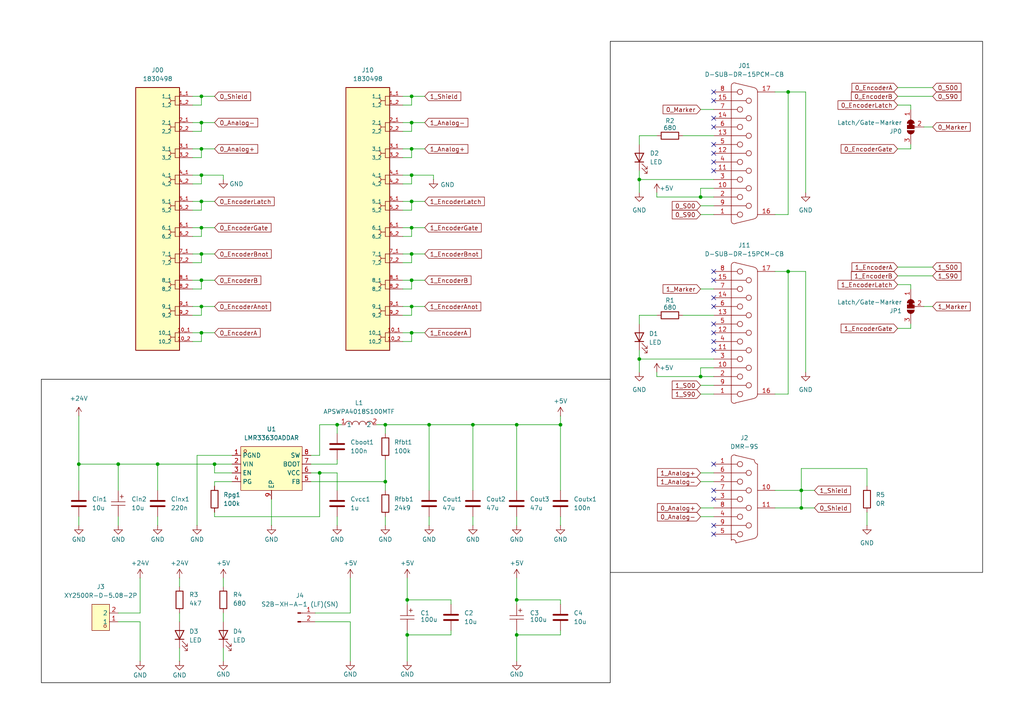
<source format=kicad_sch>
(kicad_sch (version 20231120) (generator "eeschema") (generator_version "8.0")
  (paper "A4")
  (title_block (title "EM7004-Maho-Philips-432") (date "2024-09-25") (rev "0.9.3"))
  (lib_symbols
    (symbol "C_1" (pin_numbers hide) (pin_names (offset 0.254))
      (property "Reference" "C" (at 0.635 2.54 0))
      (property "Value" "C" (at 0.635 -2.54 0))
      (symbol "C_1_1_1"
        (pin passive line (at 0 3.81 270) (length 2.794) (name "~") (number "1"))
        (pin passive line (at 0 -3.81 90) (length 2.794) (name "~") (number "2"))
      )
    )
    (symbol "C_2" (pin_numbers hide) (pin_names (offset 0.254))
      (property "Reference" "C" (at 0.635 2.54 0))
      (property "Value" "C" (at 0.635 -2.54 0))
      (symbol "C_2_1_1"
        (pin passive line (at 0 3.81 270) (length 2.794) (name "~") (number "1"))
        (pin passive line (at 0 -3.81 90) (length 2.794) (name "~") (number "2"))
      )
    )
    (symbol "Connector:Conn_01x02_Pin" (pin_names (offset 1.016) hide)
      (property "Reference" "J" (at 0 2.54 0))
      (property "Value" "Conn_01x02_Pin" (at 0 -5.08 0))
      (symbol "Conn_01x02_Pin_1_1"
        (pin passive line (at 5.08 0 180) (length 3.81) (name "Pin_1") (number "1"))
        (pin passive line (at 5.08 -2.54 180) (length 3.81) (name "Pin_2") (number "2"))
      )
    )
    (symbol "CostumLibrary:1830498" (pin_names (offset 1.016))
      (property "Reference" "J" (at -6.858 38.1 0))
      (property "Value" "1830498" (at -6.35 -40.64 0))
      (symbol "1830498_0_0"
        (pin passive line (at 10.16 -33.02 180) (length 5.08) (name "10_1") (number "10_1"))
        (pin passive line (at 10.16 -35.56 180) (length 5.08) (name "10_2") (number "10_2"))
        (pin passive line (at 10.16 35.56 180) (length 5.08) (name "1_1") (number "1_1"))
        (pin passive line (at 10.16 33.02 180) (length 5.08) (name "1_2") (number "1_2"))
        (pin passive line (at 10.16 27.94 180) (length 5.08) (name "2_1") (number "2_1"))
        (pin passive line (at 10.16 25.4 180) (length 5.08) (name "2_2") (number "2_2"))
        (pin passive line (at 10.16 20.32 180) (length 5.08) (name "3_1") (number "3_1"))
        (pin passive line (at 10.16 17.78 180) (length 5.08) (name "3_2") (number "3_2"))
        (pin passive line (at 10.16 12.7 180) (length 5.08) (name "4_1") (number "4_1"))
        (pin passive line (at 10.16 10.16 180) (length 5.08) (name "4_2") (number "4_2"))
        (pin passive line (at 10.16 5.08 180) (length 5.08) (name "5_1") (number "5_1"))
        (pin passive line (at 10.16 2.54 180) (length 5.08) (name "5_2") (number "5_2"))
        (pin passive line (at 10.16 -2.54 180) (length 5.08) (name "6_1") (number "6_1"))
        (pin passive line (at 10.16 -5.08 180) (length 5.08) (name "6_2") (number "6_2"))
        (pin passive line (at 10.16 -10.16 180) (length 5.08) (name "7_1") (number "7_1"))
        (pin passive line (at 10.16 -12.7 180) (length 5.08) (name "7_2") (number "7_2"))
        (pin passive line (at 10.16 -17.78 180) (length 5.08) (name "8_1") (number "8_1"))
        (pin passive line (at 10.16 -20.32 180) (length 5.08) (name "8_2") (number "8_2"))
        (pin passive line (at 10.16 -25.4 180) (length 5.08) (name "9_1") (number "9_1"))
        (pin passive line (at 10.16 -27.94 180) (length 5.08) (name "9_2") (number "9_2"))
      )
    )
    (symbol "D-SUB-DR-15PCM-CB_1" (pin_names (offset 0) hide)
      (property "Reference" "X" (at 0 22.86 0))
      (property "Value" "D-SUB-DR-15PCM-CB" (at 0 -22.86 0))
      (symbol "D-SUB-DR-15PCM-CB_1_0_1"
        (pin input line (at -10.16 -17.78 0) (length 5.08) (name "1") (number "1"))
        (pin input line (at -10.16 -10.16 0) (length 5.08) (name "10") (number "10"))
        (pin input line (at -10.16 -5.08 0) (length 5.08) (name "11") (number "11"))
        (pin input line (at -10.16 0 0) (length 5.08) (name "12") (number "12"))
        (pin input line (at -10.16 5.08 0) (length 5.08) (name "13") (number "13"))
        (pin input line (at -10.16 10.16 0) (length 5.08) (name "14") (number "14"))
        (pin input line (at -10.16 15.24 0) (length 5.08) (name "15") (number "15"))
        (pin input line (at 7.62 -17.78 180) (length 5.08) (name "MH2") (number "16"))
        (pin input line (at 7.62 17.78 180) (length 5.08) (name "MH1") (number "17"))
        (pin input line (at -10.16 -12.7 0) (length 5.08) (name "2") (number "2"))
        (pin input line (at -10.16 -7.62 0) (length 5.08) (name "3") (number "3"))
        (pin input line (at -10.16 -2.54 0) (length 5.08) (name "4") (number "4"))
        (pin input line (at -10.16 2.54 0) (length 5.08) (name "5") (number "5"))
        (pin input line (at -10.16 7.62 0) (length 5.08) (name "6") (number "6"))
        (pin input line (at -10.16 12.7 0) (length 5.08) (name "7") (number "7"))
        (pin input line (at -10.16 17.78 0) (length 5.08) (name "8") (number "8"))
        (pin input line (at -10.16 -15.24 0) (length 5.08) (name "9") (number "9"))
      )
    )
    (symbol "Device:C" (pin_numbers hide) (pin_names (offset 0.254))
      (property "Reference" "C" (at 0.635 2.54 0))
      (property "Value" "C" (at 0.635 -2.54 0))
      (symbol "C_1_1"
        (pin passive line (at 0 3.81 270) (length 2.794) (name "~") (number "1"))
        (pin passive line (at 0 -3.81 90) (length 2.794) (name "~") (number "2"))
      )
    )
    (symbol "Device:LED" (pin_numbers hide) (pin_names (offset 1.016) hide)
      (property "Reference" "D" (at 0 2.54 0))
      (property "Value" "LED" (at 0 -2.54 0))
      (symbol "LED_1_1"
        (pin passive line (at -3.81 0 0) (length 2.54) (name "K") (number "1"))
        (pin passive line (at 3.81 0 180) (length 2.54) (name "A") (number "2"))
      )
    )
    (symbol "Device:R" (pin_numbers hide) (pin_names (offset 0))
      (property "Reference" "R" (at 2.032 0 90))
      (property "Value" "R" (at 0 0 90))
      (symbol "R_1_1"
        (pin passive line (at 0 3.81 270) (length 1.27) (name "~") (number "1"))
        (pin passive line (at 0 -3.81 90) (length 1.27) (name "~") (number "2"))
      )
    )
    (symbol "Jumper:SolderJumper_3_Bridged12" (pin_names (offset 0) hide) (exclude_from_sim yes) (in_bom no)
      (property "Reference" "JP" (at -2.54 -2.54 0))
      (property "Value" "SolderJumper_3_Bridged12" (at 0 2.794 0))
      (symbol "SolderJumper_3_Bridged12_1_1"
        (pin passive line (at -5.08 0 0) (length 2.54) (name "A") (number "1"))
        (pin passive line (at 0 -3.81 90) (length 2.54) (name "C") (number "2"))
        (pin passive line (at 5.08 0 180) (length 2.54) (name "B") (number "3"))
      )
    )
    (symbol "TAJD157K016RNJ_1" (pin_numbers hide) (pin_names (offset 0) hide)
      (property "Reference" "C" (at 0 5.08 0))
      (property "Value" "TAJD157K016RNJ" (at 0 -5.08 0))
      (symbol "TAJD157K016RNJ_1_0_1"
        (pin input line (at 3.81 0 180) (length 2.54) (name "1") (number "1"))
        (pin input line (at -3.81 0 0) (length 2.54) (name "2") (number "2"))
      )
    )
    (symbol "easyeda2kicad:APSWPA4018S100MTF"
      (property "Reference" "U" (at 0 5.08 0))
      (property "Value" "APSWPA4018S100MTF" (at 0 -5.08 0))
      (symbol "APSWPA4018S100MTF_0_1"
        (pin unspecified line (at -5.08 0 0) (length 1.016) (name "1") (number "1"))
        (pin unspecified line (at 5.08 0 180) (length 1.016) (name "2") (number "2"))
      )
    )
    (symbol "easyeda2kicad:D-SUB-DR-15PCM-CB" (pin_names (offset 0) hide)
      (property "Reference" "X" (at 0 22.86 0))
      (property "Value" "D-SUB-DR-15PCM-CB" (at 0 -22.86 0))
      (symbol "D-SUB-DR-15PCM-CB_0_1"
        (pin input line (at -10.16 -17.78 0) (length 5.08) (name "1") (number "1"))
        (pin input line (at -10.16 -10.16 0) (length 5.08) (name "10") (number "10"))
        (pin input line (at -10.16 -5.08 0) (length 5.08) (name "11") (number "11"))
        (pin input line (at -10.16 0 0) (length 5.08) (name "12") (number "12"))
        (pin input line (at -10.16 5.08 0) (length 5.08) (name "13") (number "13"))
        (pin input line (at -10.16 10.16 0) (length 5.08) (name "14") (number "14"))
        (pin input line (at -10.16 15.24 0) (length 5.08) (name "15") (number "15"))
        (pin input line (at 7.62 -17.78 180) (length 5.08) (name "MH2") (number "16"))
        (pin input line (at 7.62 17.78 180) (length 5.08) (name "MH1") (number "17"))
        (pin input line (at -10.16 -12.7 0) (length 5.08) (name "2") (number "2"))
        (pin input line (at -10.16 -7.62 0) (length 5.08) (name "3") (number "3"))
        (pin input line (at -10.16 -2.54 0) (length 5.08) (name "4") (number "4"))
        (pin input line (at -10.16 2.54 0) (length 5.08) (name "5") (number "5"))
        (pin input line (at -10.16 7.62 0) (length 5.08) (name "6") (number "6"))
        (pin input line (at -10.16 12.7 0) (length 5.08) (name "7") (number "7"))
        (pin input line (at -10.16 17.78 0) (length 5.08) (name "8") (number "8"))
        (pin input line (at -10.16 -15.24 0) (length 5.08) (name "9") (number "9"))
      )
    )
    (symbol "easyeda2kicad:DMR-9S" (pin_names (offset 0) hide)
      (property "Reference" "X" (at 0 15.24 0))
      (property "Value" "DMR-9S" (at 0 -15.24 0))
      (symbol "DMR-9S_0_1"
        (pin input line (at -8.89 10.16 0) (length 5.08) (name "1") (number "1"))
        (pin input line (at 8.89 2.54 180) (length 5.08) (name "MH1") (number "10"))
        (pin input line (at 8.89 -2.54 180) (length 5.08) (name "MH2") (number "11"))
        (pin input line (at -8.89 5.08 0) (length 5.08) (name "2") (number "2"))
        (pin input line (at -8.89 0 0) (length 5.08) (name "3") (number "3"))
        (pin input line (at -8.89 -5.08 0) (length 5.08) (name "4") (number "4"))
        (pin input line (at -8.89 -10.16 0) (length 5.08) (name "5") (number "5"))
        (pin input line (at -8.89 7.62 0) (length 5.08) (name "6") (number "6"))
        (pin input line (at -8.89 2.54 0) (length 5.08) (name "7") (number "7"))
        (pin input line (at -8.89 -2.54 0) (length 5.08) (name "8") (number "8"))
        (pin input line (at -8.89 -7.62 0) (length 5.08) (name "9") (number "9"))
      )
    )
    (symbol "easyeda2kicad:LMR33630ADDAR"
      (property "Reference" "U" (at 0 8.89 0))
      (property "Value" "LMR33630ADDAR" (at 0 -13.97 0))
      (symbol "LMR33630ADDAR_0_1"
        (pin unspecified line (at -11.43 3.81 0) (length 2.54) (name "PGND") (number "1"))
        (pin unspecified line (at -11.43 1.27 0) (length 2.54) (name "VIN") (number "2"))
        (pin unspecified line (at -11.43 -1.27 0) (length 2.54) (name "EN") (number "3"))
        (pin unspecified line (at -11.43 -3.81 0) (length 2.54) (name "PG") (number "4"))
        (pin unspecified line (at 11.43 -3.81 180) (length 2.54) (name "FB") (number "5"))
        (pin unspecified line (at 11.43 -1.27 180) (length 2.54) (name "VCC") (number "6"))
        (pin unspecified line (at 11.43 1.27 180) (length 2.54) (name "BOOT") (number "7"))
        (pin unspecified line (at 11.43 3.81 180) (length 2.54) (name "SW") (number "8"))
        (pin unspecified line (at 0 -8.89 90) (length 2.54) (name "EP") (number "9"))
      )
    )
    (symbol "easyeda2kicad:T491D106K050AT" (pin_numbers hide) (pin_names (offset 0) hide)
      (property "Reference" "Cin2" (at 1.27 -3.81 90))
      (property "Value" "10u" (at -1.27 -3.81 90))
      (symbol "T491D106K050AT_0_1"
        (pin input line (at 3.81 0 180) (length 2.54) (name "1") (number "1"))
        (pin input line (at -3.81 0 0) (length 2.54) (name "2") (number "2"))
      )
    )
    (symbol "easyeda2kicad:TAJD157K016RNJ" (pin_numbers hide) (pin_names (offset 0) hide)
      (property "Reference" "C" (at 0 5.08 0))
      (property "Value" "TAJD157K016RNJ" (at 0 -5.08 0))
      (symbol "TAJD157K016RNJ_0_1"
        (pin input line (at 3.81 0 180) (length 2.54) (name "1") (number "1"))
        (pin input line (at -3.81 0 0) (length 2.54) (name "2") (number "2"))
      )
    )
    (symbol "easyeda2kicad:XY2500R-D-5.08-2P"
      (property "Reference" "CN" (at 0 6.35 0))
      (property "Value" "XY2500R-D-5.08-2P" (at 0 -6.35 0))
      (symbol "XY2500R-D-5.08-2P_0_1"
        (pin unspecified line (at -5.08 1.27 0) (length 2.54) (name "1") (number "1"))
        (pin unspecified line (at -5.08 -1.27 0) (length 2.54) (name "2") (number "2"))
      )
    )
    (symbol "power:+24V" (power) (pin_numbers hide) (pin_names (offset 0) hide)
      (property "Value" "+24V" (at 0 3.556 0))
      (symbol "+24V_1_1"
        (pin power_in line (at 0 0 90) (length 0) (name "~") (number "1"))
      )
    )
    (symbol "power:+5V" (power) (pin_numbers hide) (pin_names (offset 0) hide)
      (property "Value" "+5V" (at 0 3.556 0))
      (symbol "+5V_1_1"
        (pin power_in line (at 0 0 90) (length 0) (name "~") (number "1"))
      )
    )
    (symbol "power:GND" (power) (pin_numbers hide) (pin_names (offset 0) hide)
      (property "Value" "GND" (at 0 -3.81 0))
      (symbol "GND_1_1"
        (pin power_in line (at 0 0 270) (length 0) (name "~") (number "1"))
      )
    )
  )
  (junction (at 58.42 88.9))
  (junction (at 58.42 66.04))
  (junction (at 149.86 123.19))
  (junction (at 58.42 81.28))
  (junction (at 119.38 73.66))
  (junction (at 62.23 134.62))
  (junction (at 58.42 58.42))
  (junction (at 149.86 173.99))
  (junction (at 58.42 27.94))
  (junction (at 111.76 123.19))
  (junction (at 232.41 142.24))
  (junction (at 119.38 88.9))
  (junction (at 228.6 78.74))
  (junction (at 119.38 27.94))
  (junction (at 124.46 123.19))
  (junction (at 58.42 50.8))
  (junction (at 58.42 35.56))
  (junction (at 58.42 43.18))
  (junction (at 118.11 184.15))
  (junction (at 203.2 57.15))
  (junction (at 185.42 104.14))
  (junction (at 119.38 58.42))
  (junction (at 203.2 109.22))
  (junction (at 162.56 123.19))
  (junction (at 137.16 123.19))
  (junction (at 92.71 137.16))
  (junction (at 22.86 134.62))
  (junction (at 97.79 123.19))
  (junction (at 118.11 173.99))
  (junction (at 119.38 43.18))
  (junction (at 45.72 134.62))
  (junction (at 58.42 73.66))
  (junction (at 119.38 66.04))
  (junction (at 58.42 96.52))
  (junction (at 185.42 52.07))
  (junction (at 119.38 50.8))
  (junction (at 119.38 35.56))
  (junction (at 149.86 184.15))
  (junction (at 232.41 147.32))
  (junction (at 119.38 96.52))
  (junction (at 34.29 134.62))
  (junction (at 111.76 139.7))
  (junction (at 119.38 81.28))
  (junction (at 228.6 26.67))
  (no_connect (at 207.01 152.4))
  (no_connect (at 207.01 78.74))
  (no_connect (at 207.01 144.78))
  (no_connect (at 207.01 96.52))
  (no_connect (at 207.01 36.83))
  (no_connect (at 207.01 86.36))
  (no_connect (at 207.01 46.99))
  (no_connect (at 207.01 101.6))
  (no_connect (at 207.01 41.91))
  (no_connect (at 207.01 34.29))
  (no_connect (at 207.01 49.53))
  (no_connect (at 207.01 134.62))
  (no_connect (at 207.01 154.94))
  (no_connect (at 207.01 99.06))
  (no_connect (at 207.01 88.9))
  (no_connect (at 207.01 26.67))
  (no_connect (at 207.01 29.21))
  (no_connect (at 207.01 44.45))
  (no_connect (at 207.01 142.24))
  (no_connect (at 207.01 93.98))
  (no_connect (at 207.01 81.28))
  (wire (pts (xy 190.5 91.44) (xy 185.42 91.44)))
  (wire (pts (xy 111.76 139.7) (xy 111.76 142.24)))
  (wire (pts (xy 232.41 135.89) (xy 232.41 142.24)))
  (wire (pts (xy 90.17 139.7) (xy 111.76 139.7)))
  (wire (pts (xy 228.6 78.74) (xy 224.79 78.74)))
  (wire (pts (xy 264.16 82.55) (xy 260.35 82.55)))
  (wire (pts (xy 162.56 142.24) (xy 162.56 123.19)))
  (wire (pts (xy 125.73 50.8) (xy 119.38 50.8)))
  (wire (pts (xy 124.46 142.24) (xy 124.46 123.19)))
  (wire (pts (xy 62.23 96.52) (xy 58.42 96.52)))
  (wire (pts (xy 119.38 50.8) (xy 116.84 50.8)))
  (wire (pts (xy 34.29 134.62) (xy 45.72 134.62)))
  (wire (pts (xy 52.07 187.96) (xy 52.07 191.77)))
  (wire (pts (xy 52.07 177.8) (xy 52.07 180.34)))
  (wire (pts (xy 55.88 45.72) (xy 58.42 45.72)))
  (wire (pts (xy 162.56 173.99) (xy 149.86 173.99)))
  (wire (pts (xy 203.2 54.61) (xy 207.01 54.61)))
  (wire (pts (xy 64.77 167.64) (xy 64.77 170.18)))
  (wire (pts (xy 62.23 149.86) (xy 92.71 149.86)))
  (wire (pts (xy 270.51 80.01) (xy 260.35 80.01)))
  (wire (pts (xy 251.46 135.89) (xy 232.41 135.89)))
  (wire (pts (xy 58.42 27.94) (xy 55.88 27.94)))
  (wire (pts (xy 203.2 147.32) (xy 207.01 147.32)))
  (wire (pts (xy 116.84 76.2) (xy 119.38 76.2)))
  (wire (pts (xy 123.19 88.9) (xy 119.38 88.9)))
  (wire (pts (xy 116.84 99.06) (xy 119.38 99.06)))
  (wire (pts (xy 119.38 88.9) (xy 116.84 88.9)))
  (wire (pts (xy 260.35 95.25) (xy 264.16 95.25)))
  (wire (pts (xy 111.76 125.73) (xy 111.76 123.19)))
  (wire (pts (xy 228.6 62.23) (xy 224.79 62.23)))
  (wire (pts (xy 58.42 58.42) (xy 55.88 58.42)))
  (wire (pts (xy 22.86 134.62) (xy 34.29 134.62)))
  (wire (pts (xy 62.23 43.18) (xy 58.42 43.18)))
  (wire (pts (xy 119.38 99.06) (xy 119.38 96.52)))
  (wire (pts (xy 58.42 99.06) (xy 58.42 96.52)))
  (wire (pts (xy 119.38 58.42) (xy 116.84 58.42)))
  (wire (pts (xy 58.42 81.28) (xy 55.88 81.28)))
  (wire (pts (xy 228.6 26.67) (xy 228.6 62.23)))
  (wire (pts (xy 233.68 55.88) (xy 233.68 26.67)))
  (wire (pts (xy 58.42 91.44) (xy 58.42 88.9)))
  (wire (pts (xy 119.38 35.56) (xy 116.84 35.56)))
  (wire (pts (xy 149.86 184.15) (xy 149.86 191.77)))
  (wire (pts (xy 251.46 148.59) (xy 251.46 152.4)))
  (wire (pts (xy 116.84 83.82) (xy 119.38 83.82)))
  (wire (pts (xy 119.38 73.66) (xy 116.84 73.66)))
  (wire (pts (xy 125.73 50.8) (xy 125.73 52.07)))
  (wire (pts (xy 137.16 142.24) (xy 137.16 123.19)))
  (wire (pts (xy 97.79 125.73) (xy 97.79 123.19)))
  (wire (pts (xy 62.23 58.42) (xy 58.42 58.42)))
  (wire (pts (xy 124.46 123.19) (xy 137.16 123.19)))
  (wire (pts (xy 40.64 177.8) (xy 34.29 177.8)))
  (wire (pts (xy 232.41 142.24) (xy 232.41 147.32)))
  (wire (pts (xy 162.56 120.65) (xy 162.56 123.19)))
  (wire (pts (xy 92.71 123.19) (xy 92.71 132.08)))
  (wire (pts (xy 123.19 27.94) (xy 119.38 27.94)))
  (wire (pts (xy 162.56 123.19) (xy 149.86 123.19)))
  (wire (pts (xy 149.86 173.99) (xy 149.86 175.26)))
  (wire (pts (xy 92.71 137.16) (xy 90.17 137.16)))
  (wire (pts (xy 232.41 142.24) (xy 224.79 142.24)))
  (wire (pts (xy 203.2 57.15) (xy 207.01 57.15)))
  (wire (pts (xy 55.88 30.48) (xy 58.42 30.48)))
  (wire (pts (xy 111.76 133.35) (xy 111.76 139.7)))
  (wire (pts (xy 264.16 83.82) (xy 264.16 82.55)))
  (wire (pts (xy 22.86 152.4) (xy 22.86 149.86)))
  (wire (pts (xy 233.68 107.95) (xy 233.68 78.74)))
  (wire (pts (xy 119.38 81.28) (xy 116.84 81.28)))
  (wire (pts (xy 123.19 66.04) (xy 119.38 66.04)))
  (wire (pts (xy 58.42 60.96) (xy 58.42 58.42)))
  (wire (pts (xy 58.42 76.2) (xy 58.42 73.66)))
  (wire (pts (xy 185.42 101.6) (xy 185.42 104.14)))
  (wire (pts (xy 97.79 123.19) (xy 92.71 123.19)))
  (wire (pts (xy 264.16 43.18) (xy 264.16 41.91)))
  (wire (pts (xy 45.72 134.62) (xy 62.23 134.62)))
  (wire (pts (xy 40.64 191.77) (xy 40.64 180.34)))
  (wire (pts (xy 264.16 31.75) (xy 264.16 30.48)))
  (wire (pts (xy 270.51 36.83) (xy 267.97 36.83)))
  (wire (pts (xy 203.2 59.69) (xy 207.01 59.69)))
  (wire (pts (xy 62.23 66.04) (xy 58.42 66.04)))
  (wire (pts (xy 64.77 52.07) (xy 64.77 50.8)))
  (wire (pts (xy 58.42 53.34) (xy 58.42 50.8)))
  (wire (pts (xy 52.07 167.64) (xy 52.07 170.18)))
  (wire (pts (xy 55.88 68.58) (xy 58.42 68.58)))
  (wire (pts (xy 232.41 147.32) (xy 236.22 147.32)))
  (wire (pts (xy 119.38 43.18) (xy 116.84 43.18)))
  (wire (pts (xy 57.15 152.4) (xy 57.15 132.08)))
  (wire (pts (xy 40.64 167.64) (xy 40.64 177.8)))
  (wire (pts (xy 119.38 45.72) (xy 119.38 43.18)))
  (wire (pts (xy 123.19 96.52) (xy 119.38 96.52)))
  (wire (pts (xy 57.15 132.08) (xy 67.31 132.08)))
  (wire (pts (xy 185.42 107.95) (xy 185.42 104.14)))
  (wire (pts (xy 203.2 62.23) (xy 207.01 62.23)))
  (wire (pts (xy 97.79 134.62) (xy 97.79 133.35)))
  (wire (pts (xy 118.11 167.64) (xy 118.11 173.99)))
  (wire (pts (xy 185.42 91.44) (xy 185.42 93.98)))
  (wire (pts (xy 124.46 123.19) (xy 111.76 123.19)))
  (wire (pts (xy 118.11 173.99) (xy 118.11 175.26)))
  (wire (pts (xy 97.79 142.24) (xy 97.79 137.16)))
  (wire (pts (xy 58.42 83.82) (xy 58.42 81.28)))
  (wire (pts (xy 123.19 81.28) (xy 119.38 81.28)))
  (wire (pts (xy 55.88 76.2) (xy 58.42 76.2)))
  (wire (pts (xy 55.88 38.1) (xy 58.42 38.1)))
  (wire (pts (xy 203.2 149.86) (xy 207.01 149.86)))
  (wire (pts (xy 58.42 96.52) (xy 55.88 96.52)))
  (wire (pts (xy 137.16 152.4) (xy 137.16 149.86)))
  (wire (pts (xy 64.77 177.8) (xy 64.77 180.34)))
  (wire (pts (xy 130.81 175.26) (xy 130.81 173.99)))
  (wire (pts (xy 55.88 83.82) (xy 58.42 83.82)))
  (wire (pts (xy 203.2 83.82) (xy 207.01 83.82)))
  (wire (pts (xy 119.38 30.48) (xy 119.38 27.94)))
  (wire (pts (xy 232.41 147.32) (xy 224.79 147.32)))
  (wire (pts (xy 119.38 66.04) (xy 116.84 66.04)))
  (wire (pts (xy 203.2 114.3) (xy 207.01 114.3)))
  (wire (pts (xy 228.6 26.67) (xy 224.79 26.67)))
  (wire (pts (xy 119.38 76.2) (xy 119.38 73.66)))
  (wire (pts (xy 62.23 139.7) (xy 62.23 140.97)))
  (wire (pts (xy 203.2 109.22) (xy 207.01 109.22)))
  (wire (pts (xy 119.38 91.44) (xy 119.38 88.9)))
  (wire (pts (xy 233.68 26.67) (xy 228.6 26.67)))
  (wire (pts (xy 233.68 78.74) (xy 228.6 78.74)))
  (wire (pts (xy 185.42 55.88) (xy 185.42 52.07)))
  (wire (pts (xy 203.2 106.68) (xy 207.01 106.68)))
  (wire (pts (xy 109.22 123.19) (xy 111.76 123.19)))
  (wire (pts (xy 55.88 91.44) (xy 58.42 91.44)))
  (wire (pts (xy 90.17 134.62) (xy 97.79 134.62)))
  (wire (pts (xy 203.2 57.15) (xy 203.2 54.61)))
  (wire (pts (xy 58.42 43.18) (xy 55.88 43.18)))
  (wire (pts (xy 203.2 139.7) (xy 207.01 139.7)))
  (wire (pts (xy 116.84 45.72) (xy 119.38 45.72)))
  (wire (pts (xy 64.77 50.8) (xy 58.42 50.8)))
  (wire (pts (xy 260.35 43.18) (xy 264.16 43.18)))
  (wire (pts (xy 190.5 107.95) (xy 190.5 109.22)))
  (wire (pts (xy 203.2 31.75) (xy 207.01 31.75)))
  (wire (pts (xy 101.6 180.34) (xy 101.6 191.77)))
  (wire (pts (xy 185.42 52.07) (xy 207.01 52.07)))
  (wire (pts (xy 101.6 177.8) (xy 91.44 177.8)))
  (wire (pts (xy 101.6 167.64) (xy 101.6 177.8)))
  (wire (pts (xy 130.81 182.88) (xy 130.81 184.15)))
  (wire (pts (xy 62.23 137.16) (xy 67.31 137.16)))
  (wire (pts (xy 62.23 35.56) (xy 58.42 35.56)))
  (wire (pts (xy 62.23 73.66) (xy 58.42 73.66)))
  (wire (pts (xy 203.2 137.16) (xy 207.01 137.16)))
  (wire (pts (xy 45.72 149.86) (xy 45.72 152.4)))
  (wire (pts (xy 190.5 39.37) (xy 185.42 39.37)))
  (wire (pts (xy 264.16 95.25) (xy 264.16 93.98)))
  (wire (pts (xy 58.42 38.1) (xy 58.42 35.56)))
  (wire (pts (xy 62.23 134.62) (xy 67.31 134.62)))
  (wire (pts (xy 62.23 27.94) (xy 58.42 27.94)))
  (wire (pts (xy 162.56 184.15) (xy 149.86 184.15)))
  (wire (pts (xy 62.23 88.9) (xy 58.42 88.9)))
  (wire (pts (xy 116.84 53.34) (xy 119.38 53.34)))
  (wire (pts (xy 119.38 27.94) (xy 116.84 27.94)))
  (wire (pts (xy 270.51 27.94) (xy 260.35 27.94)))
  (wire (pts (xy 185.42 39.37) (xy 185.42 41.91)))
  (wire (pts (xy 119.38 68.58) (xy 119.38 66.04)))
  (wire (pts (xy 119.38 60.96) (xy 119.38 58.42)))
  (wire (pts (xy 270.51 88.9) (xy 267.97 88.9)))
  (wire (pts (xy 124.46 152.4) (xy 124.46 149.86)))
  (wire (pts (xy 92.71 149.86) (xy 92.71 137.16)))
  (wire (pts (xy 58.42 45.72) (xy 58.42 43.18)))
  (wire (pts (xy 119.38 83.82) (xy 119.38 81.28)))
  (wire (pts (xy 118.11 184.15) (xy 118.11 191.77)))
  (wire (pts (xy 62.23 81.28) (xy 58.42 81.28)))
  (wire (pts (xy 119.38 50.8) (xy 119.38 53.34)))
  (wire (pts (xy 190.5 55.88) (xy 190.5 57.15)))
  (wire (pts (xy 58.42 50.8) (xy 55.88 50.8)))
  (wire (pts (xy 40.64 180.34) (xy 34.29 180.34)))
  (wire (pts (xy 78.74 144.78) (xy 78.74 152.4)))
  (wire (pts (xy 64.77 187.96) (xy 64.77 191.77)))
  (wire (pts (xy 111.76 152.4) (xy 111.76 149.86)))
  (wire (pts (xy 62.23 137.16) (xy 62.23 134.62)))
  (wire (pts (xy 123.19 35.56) (xy 119.38 35.56)))
  (wire (pts (xy 185.42 104.14) (xy 207.01 104.14)))
  (wire (pts (xy 190.5 109.22) (xy 203.2 109.22)))
  (wire (pts (xy 67.31 139.7) (xy 62.23 139.7)))
  (wire (pts (xy 116.84 60.96) (xy 119.38 60.96)))
  (wire (pts (xy 22.86 142.24) (xy 22.86 134.62)))
  (wire (pts (xy 116.84 38.1) (xy 119.38 38.1)))
  (wire (pts (xy 55.88 99.06) (xy 58.42 99.06)))
  (wire (pts (xy 58.42 66.04) (xy 55.88 66.04)))
  (wire (pts (xy 58.42 68.58) (xy 58.42 66.04)))
  (wire (pts (xy 58.42 30.48) (xy 58.42 27.94)))
  (wire (pts (xy 55.88 60.96) (xy 58.42 60.96)))
  (wire (pts (xy 22.86 120.65) (xy 22.86 134.62)))
  (wire (pts (xy 34.29 134.62) (xy 34.29 142.24)))
  (wire (pts (xy 92.71 132.08) (xy 90.17 132.08)))
  (wire (pts (xy 149.86 152.4) (xy 149.86 149.86)))
  (wire (pts (xy 118.11 182.88) (xy 118.11 184.15)))
  (wire (pts (xy 119.38 38.1) (xy 119.38 35.56)))
  (wire (pts (xy 91.44 180.34) (xy 101.6 180.34)))
  (wire (pts (xy 58.42 35.56) (xy 55.88 35.56)))
  (wire (pts (xy 123.19 43.18) (xy 119.38 43.18)))
  (wire (pts (xy 198.12 91.44) (xy 207.01 91.44)))
  (wire (pts (xy 232.41 142.24) (xy 236.22 142.24)))
  (wire (pts (xy 203.2 109.22) (xy 203.2 106.68)))
  (wire (pts (xy 162.56 175.26) (xy 162.56 173.99)))
  (wire (pts (xy 45.72 134.62) (xy 45.72 142.24)))
  (wire (pts (xy 97.79 152.4) (xy 97.79 149.86)))
  (wire (pts (xy 55.88 53.34) (xy 58.42 53.34)))
  (wire (pts (xy 130.81 173.99) (xy 118.11 173.99)))
  (wire (pts (xy 203.2 111.76) (xy 207.01 111.76)))
  (wire (pts (xy 34.29 152.4) (xy 34.29 149.86)))
  (wire (pts (xy 251.46 140.97) (xy 251.46 135.89)))
  (wire (pts (xy 123.19 58.42) (xy 119.38 58.42)))
  (wire (pts (xy 58.42 88.9) (xy 55.88 88.9)))
  (wire (pts (xy 149.86 167.64) (xy 149.86 173.99)))
  (wire (pts (xy 190.5 57.15) (xy 203.2 57.15)))
  (wire (pts (xy 92.71 137.16) (xy 97.79 137.16)))
  (wire (pts (xy 149.86 142.24) (xy 149.86 123.19)))
  (wire (pts (xy 62.23 148.59) (xy 62.23 149.86)))
  (wire (pts (xy 97.79 123.19) (xy 99.06 123.19)))
  (wire (pts (xy 270.51 77.47) (xy 260.35 77.47)))
  (wire (pts (xy 123.19 73.66) (xy 119.38 73.66)))
  (wire (pts (xy 116.84 30.48) (xy 119.38 30.48)))
  (wire (pts (xy 116.84 91.44) (xy 119.38 91.44)))
  (wire (pts (xy 270.51 25.4) (xy 260.35 25.4)))
  (wire (pts (xy 162.56 182.88) (xy 162.56 184.15)))
  (wire (pts (xy 162.56 152.4) (xy 162.56 149.86)))
  (wire (pts (xy 228.6 78.74) (xy 228.6 114.3)))
  (wire (pts (xy 58.42 73.66) (xy 55.88 73.66)))
  (wire (pts (xy 119.38 96.52) (xy 116.84 96.52)))
  (wire (pts (xy 149.86 182.88) (xy 149.86 184.15)))
  (wire (pts (xy 198.12 39.37) (xy 207.01 39.37)))
  (wire (pts (xy 228.6 114.3) (xy 224.79 114.3)))
  (wire (pts (xy 116.84 68.58) (xy 119.38 68.58)))
  (wire (pts (xy 185.42 49.53) (xy 185.42 52.07)))
  (wire (pts (xy 137.16 123.19) (xy 149.86 123.19)))
  (wire (pts (xy 130.81 184.15) (xy 118.11 184.15)))
  (wire (pts (xy 264.16 30.48) (xy 260.35 30.48)))
  (rectangle (start 177.0052 11.9916) (end 285.0001 166.0337) (stroke (width 0) (color 0 0 0 1)))
  (rectangle (start 11.9943 110.0022) (end 176.9948 198.01) (stroke (width 0) (color 0 0 0 1)))
  (global_label "1_EncoderA" (shape input) (at 123.19 96.52 0) (property "Intersheetrefs" "${INTERSHEET_REFS}" (effects (hide yes))))
  (global_label "1_EncoderLatch" (shape input) (at 260.35 82.55 180) (property "Intersheetrefs" "${INTERSHEET_REFS}" (effects (hide yes))))
  (global_label "0_Analog+" (shape input) (at 62.23 43.18 0) (property "Intersheetrefs" "${INTERSHEET_REFS}" (effects (hide yes))))
  (global_label "0_EncoderLatch" (shape input) (at 62.23 58.42 0) (property "Intersheetrefs" "${INTERSHEET_REFS}" (effects (hide yes))))
  (global_label "0_S90" (shape input) (at 203.2 62.23 180) (property "Intersheetrefs" "${INTERSHEET_REFS}" (effects (hide yes))))
  (global_label "1_Shield" (shape input) (at 236.22 142.24 0) (property "Intersheetrefs" "${INTERSHEET_REFS}" (effects (hide yes))))
  (global_label "1_Marker" (shape input) (at 203.2 83.82 180) (property "Intersheetrefs" "${INTERSHEET_REFS}" (effects (hide yes))))
  (global_label "1_EncoderGate" (shape input) (at 260.35 95.25 180) (property "Intersheetrefs" "${INTERSHEET_REFS}" (effects (hide yes))))
  (global_label "1_S00" (shape input) (at 203.2 111.76 180) (property "Intersheetrefs" "${INTERSHEET_REFS}" (effects (hide yes))))
  (global_label "1_S00" (shape input) (at 270.51 77.47 0) (property "Intersheetrefs" "${INTERSHEET_REFS}" (effects (hide yes))))
  (global_label "0_EncoderA" (shape input) (at 260.35 25.4 180) (property "Intersheetrefs" "${INTERSHEET_REFS}" (effects (hide yes))))
  (global_label "1_S90" (shape input) (at 203.2 114.3 180) (property "Intersheetrefs" "${INTERSHEET_REFS}" (effects (hide yes))))
  (global_label "1_EncoderAnot" (shape input) (at 123.19 88.9 0) (property "Intersheetrefs" "${INTERSHEET_REFS}" (effects (hide yes))))
  (global_label "1_Marker" (shape input) (at 270.51 88.9 0) (property "Intersheetrefs" "${INTERSHEET_REFS}" (effects (hide yes))))
  (global_label "1_EncoderB" (shape input) (at 123.19 81.28 0) (property "Intersheetrefs" "${INTERSHEET_REFS}" (effects (hide yes))))
  (global_label "0_S00" (shape input) (at 270.51 25.4 0) (property "Intersheetrefs" "${INTERSHEET_REFS}" (effects (hide yes))))
  (global_label "1_Analog+" (shape input) (at 123.19 43.18 0) (property "Intersheetrefs" "${INTERSHEET_REFS}" (effects (hide yes))))
  (global_label "1_Analog-" (shape input) (at 123.19 35.56 0) (property "Intersheetrefs" "${INTERSHEET_REFS}" (effects (hide yes))))
  (global_label "0_EncoderLatch" (shape input) (at 260.35 30.48 180) (property "Intersheetrefs" "${INTERSHEET_REFS}" (effects (hide yes))))
  (global_label "0_Analog-" (shape input) (at 62.23 35.56 0) (property "Intersheetrefs" "${INTERSHEET_REFS}" (effects (hide yes))))
  (global_label "0_EncoderB" (shape input) (at 62.23 81.28 0) (property "Intersheetrefs" "${INTERSHEET_REFS}" (effects (hide yes))))
  (global_label "0_Shield" (shape input) (at 62.23 27.94 0) (property "Intersheetrefs" "${INTERSHEET_REFS}" (effects (hide yes))))
  (global_label "0_EncoderBnot" (shape input) (at 62.23 73.66 0) (property "Intersheetrefs" "${INTERSHEET_REFS}" (effects (hide yes))))
  (global_label "0_S90" (shape input) (at 270.51 27.94 0) (property "Intersheetrefs" "${INTERSHEET_REFS}" (effects (hide yes))))
  (global_label "0_Marker" (shape input) (at 203.2 31.75 180) (property "Intersheetrefs" "${INTERSHEET_REFS}" (effects (hide yes))))
  (global_label "1_Analog+" (shape input) (at 203.2 137.16 180) (property "Intersheetrefs" "${INTERSHEET_REFS}" (effects (hide yes))))
  (global_label "1_EncoderA" (shape input) (at 260.35 77.47 180) (property "Intersheetrefs" "${INTERSHEET_REFS}" (effects (hide yes))))
  (global_label "0_EncoderAnot" (shape input) (at 62.23 88.9 0) (property "Intersheetrefs" "${INTERSHEET_REFS}" (effects (hide yes))))
  (global_label "1_EncoderLatch" (shape input) (at 123.19 58.42 0) (property "Intersheetrefs" "${INTERSHEET_REFS}" (effects (hide yes))))
  (global_label "0_S00" (shape input) (at 203.2 59.69 180) (property "Intersheetrefs" "${INTERSHEET_REFS}" (effects (hide yes))))
  (global_label "0_EncoderA" (shape input) (at 62.23 96.52 0) (property "Intersheetrefs" "${INTERSHEET_REFS}" (effects (hide yes))))
  (global_label "1_EncoderGate" (shape input) (at 123.19 66.04 0) (property "Intersheetrefs" "${INTERSHEET_REFS}" (effects (hide yes))))
  (global_label "1_EncoderB" (shape input) (at 260.35 80.01 180) (property "Intersheetrefs" "${INTERSHEET_REFS}" (effects (hide yes))))
  (global_label "1_Analog-" (shape input) (at 203.2 139.7 180) (property "Intersheetrefs" "${INTERSHEET_REFS}" (effects (hide yes))))
  (global_label "1_S90" (shape input) (at 270.51 80.01 0) (property "Intersheetrefs" "${INTERSHEET_REFS}" (effects (hide yes))))
  (global_label "0_EncoderB" (shape input) (at 260.35 27.94 180) (property "Intersheetrefs" "${INTERSHEET_REFS}" (effects (hide yes))))
  (global_label "0_Marker" (shape input) (at 270.51 36.83 0) (property "Intersheetrefs" "${INTERSHEET_REFS}" (effects (hide yes))))
  (global_label "0_EncoderGate" (shape input) (at 62.23 66.04 0) (property "Intersheetrefs" "${INTERSHEET_REFS}" (effects (hide yes))))
  (global_label "1_EncoderBnot" (shape input) (at 123.19 73.66 0) (property "Intersheetrefs" "${INTERSHEET_REFS}" (effects (hide yes))))
  (global_label "1_Shield" (shape input) (at 123.19 27.94 0) (property "Intersheetrefs" "${INTERSHEET_REFS}" (effects (hide yes))))
  (global_label "0_Analog+" (shape input) (at 203.2 147.32 180) (property "Intersheetrefs" "${INTERSHEET_REFS}" (effects (hide yes))))
  (global_label "0_Shield" (shape input) (at 236.22 147.32 0) (property "Intersheetrefs" "${INTERSHEET_REFS}" (effects (hide yes))))
  (global_label "0_EncoderGate" (shape input) (at 260.35 43.18 180) (property "Intersheetrefs" "${INTERSHEET_REFS}" (effects (hide yes))))
  (global_label "0_Analog-" (shape input) (at 203.2 149.86 180) (property "Intersheetrefs" "${INTERSHEET_REFS}" (effects (hide yes))))
  (symbol (lib_id "power:GND") (at 125.73 52.07 0) (unit 1)
    (property "Reference" "#PWR015" (effects (hide yes)))
    (property "Value" "GND" (at 129.794 53.594 0))
    (property "Description" "Power symbol creates a global label with name \"GND\" , ground" (effects (hide yes)))
  )
  (symbol (lib_id "power:GND") (at 185.42 55.88 0) (unit 1)
    (property "Reference" "#PWR09" (effects (hide yes)))
    (property "Value" "GND" (at 185.42 60.96 0))
    (property "Description" "Power symbol creates a global label with name \"GND\" , ground" (effects (hide yes)))
  )
  (symbol (lib_id "power:GND") (at 97.79 152.4 0) (unit 1)
    (property "Reference" "#PWR021" (effects (hide yes)))
    (property "Value" "GND" (at 97.79 156.464 0))
    (property "Description" "Power symbol creates a global label with name \"GND\" , ground" (effects (hide yes)))
  )
  (symbol (lib_name "C_1") (lib_id "Device:C") (at 130.81 179.07 0) (unit 1)
    (property "Reference" "C2" (at 134.62 177.7999 0) (effects (justify left)))
    (property "Value" "10u" (at 134.62 180.3399 0) (effects (justify left)))
    (property "Footprint" "Capacitor_SMD:C_1210_3225Metric" (effects (hide yes)))
    (property "LCSC Part" "C138687" (effects (hide yes)))
  )
  (symbol (lib_id "power:GND") (at 22.86 152.4 0) (unit 1)
    (property "Reference" "#PWR04" (effects (hide yes)))
    (property "Value" "GND" (at 22.86 156.464 0))
    (property "Description" "Power symbol creates a global label with name \"GND\" , ground" (effects (hide yes)))
  )
  (symbol (lib_id "power:GND") (at 52.07 191.77 0) (unit 1)
    (property "Reference" "#PWR029" (effects (hide yes)))
    (property "Value" "GND" (at 52.07 195.834 0))
    (property "Description" "Power symbol creates a global label with name \"GND\" , ground" (effects (hide yes)))
  )
  (symbol (lib_id "power:GND") (at 64.77 52.07 0) (unit 1)
    (property "Reference" "#PWR014" (effects (hide yes)))
    (property "Value" "GND" (at 68.58 53.34 0))
    (property "Description" "Power symbol creates a global label with name \"GND\" , ground" (effects (hide yes)))
  )
  (symbol (lib_id "power:GND") (at 137.16 152.4 0) (unit 1)
    (property "Reference" "#PWR027" (effects (hide yes)))
    (property "Value" "GND" (at 137.16 156.464 0))
    (property "Description" "Power symbol creates a global label with name \"GND\" , ground" (effects (hide yes)))
  )
  (symbol (lib_id "easyeda2kicad:APSWPA4018S100MTF") (at 104.14 123.19 0) (unit 1)
    (property "Reference" "L1" (at 104.14 116.84 0))
    (property "Value" "APSWPA4018S100MTF" (at 104.14 119.38 0))
    (property "Footprint" "easyeda2kicad:IND-SMD_L4.0-W4.0" (effects (hide yes)))
    (property "LCSC Part" "C5363859" (effects (hide yes)))
  )
  (symbol (lib_id "power:GND") (at 251.46 152.4 0) (unit 1)
    (property "Reference" "#PWR034" (effects (hide yes)))
    (property "Value" "GND" (at 251.46 157.48 0))
    (property "Description" "Power symbol creates a global label with name \"GND\" , ground" (effects (hide yes)))
  )
  (symbol (lib_name "C_2") (lib_id "Device:C") (at 45.72 146.05 0) (unit 1)
    (property "Reference" "Cinx1" (at 49.53 144.7799 0) (effects (justify left)))
    (property "Value" "220n" (at 49.53 147.3199 0) (effects (justify left)))
    (property "Footprint" "Capacitor_SMD:C_0805_2012Metric" (effects (hide yes)))
    (property "LCSC Part" "C5378" (effects (hide yes)))
  )
  (symbol (lib_id "power:+5V") (at 101.6 167.64 0) (unit 1)
    (property "Reference" "#PWR032" (effects (hide yes)))
    (property "Value" "+5V" (at 101.6 163.322 0))
    (property "Description" "Power symbol creates a global label with name \"+5V\"" (effects (hide yes)))
  )
  (symbol (lib_id "power:+5V") (at 162.56 120.65 0) (unit 1)
    (property "Reference" "#PWR025" (effects (hide yes)))
    (property "Value" "+5V" (at 162.56 116.332 0))
    (property "Description" "Power symbol creates a global label with name \"+5V\"" (effects (hide yes)))
  )
  (symbol (lib_id "easyeda2kicad:XY2500R-D-5.08-2P") (at 29.21 179.07 180) (unit 1)
    (property "Reference" "J3" (at 29.21 170.18 0))
    (property "Value" "XY2500R-D-5.08-2P" (at 29.21 172.72 0))
    (property "Footprint" "easyeda2kicad:CONN-TH_2P-P5.08_XY2500R-D5.08-2P" (effects (hide yes)))
    (property "Datasheet" "https://lcsc.com/product-detail/Pluggable-System-Terminal-Block_XY2500R-D-5-08-2P_C505824.html" (effects (hide yes)))
    (property "Description" "Connector 24V input (1962600 Phoenix Contact)" (effects (hide yes)))
    (property "LCSC Part" "C505824" (effects (hide yes)))
  )
  (symbol (lib_id "Device:R") (at 62.23 144.78 0) (unit 1)
    (property "Reference" "Rpg1" (at 64.77 143.5099 0) (effects (justify left)))
    (property "Value" "100k" (at 64.77 146.0499 0) (effects (justify left)))
    (property "Footprint" "Capacitor_SMD:C_0603_1608Metric" (effects (hide yes)))
    (property "LCSC Part" "C25803" (effects (hide yes)))
  )
  (symbol (lib_id "power:GND") (at 149.86 152.4 0) (unit 1)
    (property "Reference" "#PWR024" (effects (hide yes)))
    (property "Value" "GND" (at 149.86 156.464 0))
    (property "Description" "Power symbol creates a global label with name \"GND\" , ground" (effects (hide yes)))
  )
  (symbol (lib_id "Jumper:SolderJumper_3_Bridged12") (at 264.16 36.83 90) (mirror x) (unit 1) (exclude_from_sim yes) (in_bom no)
    (property "Reference" "JP0" (at 261.62 38.1001 90) (effects (justify left)))
    (property "Value" "Latch/Gate-Marker" (at 261.62 35.5601 90) (effects (justify left)))
    (property "Footprint" "Jumper:SolderJumper-3_P1.3mm_Bridged12_Pad1.0x1.5mm" (effects (hide yes)))
    (property "Description" "3-pole Solder Jumper, pins 1+2 closed/bridged" (effects (hide yes)))
  )
  (symbol (lib_id "Device:R") (at 194.31 91.44 90) (unit 1)
    (property "Reference" "R1" (at 194.31 87.122 90))
    (property "Value" "680" (at 194.31 89.154 90))
    (property "Footprint" "Resistor_SMD:R_0603_1608Metric" (effects (hide yes)))
  )
  (symbol (lib_id "power:GND") (at 34.29 152.4 0) (unit 1)
    (property "Reference" "#PWR018" (effects (hide yes)))
    (property "Value" "GND" (at 34.29 156.464 0))
    (property "Description" "Power symbol creates a global label with name \"GND\" , ground" (effects (hide yes)))
  )
  (symbol (lib_id "Device:LED") (at 64.77 184.15 90) (unit 1)
    (property "Reference" "D4" (at 67.564 183.134 90) (effects (justify right)))
    (property "Value" "LED" (at 67.564 185.674 90) (effects (justify right)))
    (property "Footprint" "LED_SMD:LED_0603_1608Metric" (effects (hide yes)))
    (property "Description" "Light emitting diode" (effects (hide yes)))
  )
  (symbol (lib_id "Device:LED") (at 185.42 45.72 90) (unit 1)
    (property "Reference" "D2" (at 188.468 44.45 90) (effects (justify right)))
    (property "Value" "LED" (at 188.468 46.99 90) (effects (justify right)))
    (property "Footprint" "LED_SMD:LED_0603_1608Metric" (effects (hide yes)))
    (property "Description" "Light emitting diode" (effects (hide yes)))
  )
  (symbol (lib_id "power:GND") (at 185.42 107.95 0) (unit 1)
    (property "Reference" "#PWR016" (effects (hide yes)))
    (property "Value" "GND" (at 185.42 113.03 0))
    (property "Description" "Power symbol creates a global label with name \"GND\" , ground" (effects (hide yes)))
  )
  (symbol (lib_id "power:+5V") (at 64.77 167.64 0) (unit 1)
    (property "Reference" "#PWR030" (effects (hide yes)))
    (property "Value" "+5V" (at 64.77 163.322 0))
    (property "Description" "Power symbol creates a global label with name \"+5V\"" (effects (hide yes)))
  )
  (symbol (lib_id "easyeda2kicad:TAJD157K016RNJ") (at 149.86 179.07 90) (unit 1)
    (property "Reference" "C3" (at 153.67 177.8 90) (effects (justify right)))
    (property "Value" "100u" (at 153.67 179.7049 90) (effects (justify right)))
    (property "Footprint" "easyeda2kicad:CASE-D_7343" (effects (hide yes)))
    (property "Datasheet" "https://lcsc.com/product-detail/Tantalum-Capacitors_AVX_TAJD157K016RNJ_150uF-157-10-16V_C8025.html" (effects (hide yes)))
    (property "LCSC Part" "C8025" (effects (hide yes)))
  )
  (symbol (lib_id "CostumLibrary:1830498") (at 45.72 63.5 0) (unit 1)
    (property "Reference" "J00" (at 45.72 20.32 0))
    (property "Value" "1830498" (at 45.72 22.86 0))
    (property "Footprint" "CostumLibrary:PHOENIX_1830498" (effects (hide yes)))
    (property "Datasheet" "Connector X_even" (effects (hide yes)))
    (property "Description" "PHOENIX" (effects (hide yes)))
  )
  (symbol (lib_id "Device:C") (at 149.86 146.05 0) (unit 1)
    (property "Reference" "Cout3" (at 153.67 144.7799 0) (effects (justify left)))
    (property "Value" "47u" (at 153.67 147.3199 0) (effects (justify left)))
    (property "Footprint" "Capacitor_SMD:C_1206_3216Metric" (effects (hide yes)))
    (property "LCSC Part" "C412300" (effects (hide yes)))
  )
  (symbol (lib_id "power:+5V") (at 149.86 167.64 0) (unit 1)
    (property "Reference" "#PWR010" (effects (hide yes)))
    (property "Value" "+5V" (at 149.86 163.322 0))
    (property "Description" "Power symbol creates a global label with name \"+5V\"" (effects (hide yes)))
  )
  (symbol (lib_id "easyeda2kicad:T491D106K050AT") (at 34.29 146.05 90) (unit 1)
    (property "Reference" "Cin2" (at 38.1 144.78 90) (effects (justify right)))
    (property "Value" "10u" (at 38.1 147.32 90) (effects (justify right)))
    (property "Footprint" "easyeda2kicad:CAP-SMD_L7.3-W4.3-R-RD" (effects (hide yes)))
    (property "Datasheet" "https://lcsc.com/product-detail/Tantalum-Capacitors_KEMET_T491D106K050AT_10uF-106-10-50V_C117038.html" (effects (hide yes)))
    (property "LCSC Part" "C117038" (effects (hide yes)))
  )
  (symbol (lib_id "Device:LED") (at 52.07 184.15 90) (unit 1)
    (property "Reference" "D3" (at 54.864 183.134 90) (effects (justify right)))
    (property "Value" "LED" (at 54.864 185.674 90) (effects (justify right)))
    (property "Footprint" "LED_SMD:LED_0603_1608Metric" (effects (hide yes)))
    (property "Description" "Light emitting diode" (effects (hide yes)))
  )
  (symbol (lib_id "power:GND") (at 124.46 152.4 0) (unit 1)
    (property "Reference" "#PWR026" (effects (hide yes)))
    (property "Value" "GND" (at 124.46 156.464 0))
    (property "Description" "Power symbol creates a global label with name \"GND\" , ground" (effects (hide yes)))
  )
  (symbol (lib_id "power:GND") (at 40.64 191.77 0) (unit 1)
    (property "Reference" "#PWR06" (effects (hide yes)))
    (property "Value" "GND" (at 40.64 195.834 0))
    (property "Description" "Power symbol creates a global label with name \"GND\" , ground" (effects (hide yes)))
  )
  (symbol (lib_id "easyeda2kicad:LMR33630ADDAR") (at 78.74 135.89 0) (unit 1)
    (property "Reference" "U1" (at 78.74 124.46 0))
    (property "Value" "LMR33630ADDAR" (at 78.74 127 0))
    (property "Footprint" "easyeda2kicad:ESOP-8_L4.9-W3.9-P1.27-LS6.0-TL-EP" (effects (hide yes)))
    (property "Datasheet" "https://www.ti.com/product/LMR33630" (effects (hide yes)))
    (property "LCSC Part" "C841384" (effects (hide yes)))
  )
  (symbol (lib_id "Device:C") (at 97.79 129.54 0) (unit 1)
    (property "Reference" "Cboot1" (at 101.6 128.2699 0) (effects (justify left)))
    (property "Value" "100n" (at 101.6 130.8099 0) (effects (justify left)))
    (property "Footprint" "Capacitor_SMD:C_0603_1608Metric" (effects (hide yes)))
    (property "LCSC Part" "C14663" (effects (hide yes)))
  )
  (symbol (lib_id "CostumLibrary:1830498") (at 106.68 63.5 0) (unit 1)
    (property "Reference" "J10" (at 106.68 20.32 0))
    (property "Value" "1830498" (at 106.68 22.86 0))
    (property "Footprint" "CostumLibrary:PHOENIX_1830498" (effects (hide yes)))
    (property "Datasheet" "Connector X_uneven" (effects (hide yes)))
    (property "Description" "PHOENIX" (effects (hide yes)))
  )
  (symbol (lib_id "Connector:Conn_01x02_Pin") (at 86.36 177.8 0) (unit 1)
    (property "Reference" "J4" (at 86.995 172.72 0))
    (property "Value" "S2B-XH-A-1 (LF)(SN)" (at 86.995 175.26 0))
    (property "Footprint" "easyeda2kicad:CONN-TH_S2B-XH-A-1-LF-SN" (effects (hide yes)))
    (property "Datasheet" "https://lcsc.com/product-detail/XH-Connectors_JST_S2B-XH-A-1-LF-SN_XHsocket-1-2P-pitch2-5mm-Curved-needle_C163035.html" (effects (hide yes)))
    (property "Description" "Generic connector, single row, 01x02, script generated" (effects (hide yes)))
    (property "LCSC Part" "C163035" (effects (hide yes)))
  )
  (symbol (lib_id "power:GND") (at 118.11 191.77 0) (unit 1)
    (property "Reference" "#PWR013" (effects (hide yes)))
    (property "Value" "GND" (at 118.11 195.58 0))
    (property "Description" "Power symbol creates a global label with name \"GND\" , ground" (effects (hide yes)))
  )
  (symbol (lib_id "easyeda2kicad:DMR-9S") (at 215.9 144.78 0) (unit 1)
    (property "Reference" "J2" (at 215.8998 127 0))
    (property "Value" "DMR-9S" (at 215.8998 129.54 0))
    (property "Footprint" "easyeda2kicad:DSUB-TH_DMR-9S" (effects (hide yes)))
    (property "Datasheet" "https://lcsc.com/product-detail/D-Sub-Connectors_Shenzhen-Cancome-DMR-9S_C141882.html" (effects (hide yes)))
    (property "Description" "Connector analog Indramat outputs" (effects (hide yes)))
    (property "LCSC Part" "C141882" (effects (hide yes)))
  )
  (symbol (lib_id "power:+5V") (at 118.11 167.64 0) (unit 1)
    (property "Reference" "#PWR012" (effects (hide yes)))
    (property "Value" "+5V" (at 118.11 163.322 0))
    (property "Description" "Power symbol creates a global label with name \"+5V\"" (effects (hide yes)))
  )
  (symbol (lib_id "Device:R") (at 194.31 39.37 90) (unit 1)
    (property "Reference" "R2" (at 194.31 35.052 90))
    (property "Value" "680" (at 194.31 37.084 90))
    (property "Footprint" "Resistor_SMD:R_0603_1608Metric" (effects (hide yes)))
  )
  (symbol (lib_id "Jumper:SolderJumper_3_Bridged12") (at 264.16 88.9 90) (mirror x) (unit 1) (exclude_from_sim yes) (in_bom no)
    (property "Reference" "JP1" (at 261.62 90.1701 90) (effects (justify left)))
    (property "Value" "Latch/Gate-Marker" (at 261.62 87.6301 90) (effects (justify left)))
    (property "Footprint" "Jumper:SolderJumper-3_P1.3mm_Bridged12_Pad1.0x1.5mm" (effects (hide yes)))
    (property "Description" "3-pole Solder Jumper, pins 1+2 closed/bridged" (effects (hide yes)))
  )
  (symbol (lib_name "TAJD157K016RNJ_1") (lib_id "easyeda2kicad:TAJD157K016RNJ") (at 118.11 179.07 90) (unit 1)
    (property "Reference" "C1" (at 121.92 177.8 90) (effects (justify right)))
    (property "Value" "100u" (at 121.92 179.7049 90) (effects (justify right)))
    (property "Footprint" "easyeda2kicad:CASE-D_7343" (effects (hide yes)))
    (property "Datasheet" "https://lcsc.com/product-detail/Tantalum-Capacitors_AVX_TAJD157K016RNJ_150uF-157-10-16V_C8025.html" (effects (hide yes)))
    (property "LCSC Part" "C8025" (effects (hide yes)))
  )
  (symbol (lib_id "power:+5V") (at 190.5 107.95 0) (unit 1)
    (property "Reference" "#PWR017" (effects (hide yes)))
    (property "Value" "+5V" (at 193.294 106.68 0))
    (property "Description" "Power symbol creates a global label with name \"+5V\"" (effects (hide yes)))
  )
  (symbol (lib_id "Device:R") (at 64.77 173.99 180) (unit 1)
    (property "Reference" "R4" (at 67.564 172.466 0) (effects (justify right)))
    (property "Value" "680" (at 67.564 175.006 0) (effects (justify right)))
    (property "Footprint" "Resistor_SMD:R_0603_1608Metric" (effects (hide yes)))
  )
  (symbol (lib_id "Device:LED") (at 185.42 97.79 90) (unit 1)
    (property "Reference" "D1" (at 188.214 96.774 90) (effects (justify right)))
    (property "Value" "LED" (at 188.214 99.314 90) (effects (justify right)))
    (property "Footprint" "LED_SMD:LED_0603_1608Metric" (effects (hide yes)))
    (property "Description" "Light emitting diode" (effects (hide yes)))
  )
  (symbol (lib_id "power:GND") (at 57.15 152.4 0) (unit 1)
    (property "Reference" "#PWR019" (effects (hide yes)))
    (property "Value" "GND" (at 57.15 156.464 0))
    (property "Description" "Power symbol creates a global label with name \"GND\" , ground" (effects (hide yes)))
  )
  (symbol (lib_id "Device:R") (at 111.76 146.05 0) (unit 1)
    (property "Reference" "Rfbb1" (at 114.3 144.7799 0) (effects (justify left)))
    (property "Value" "24k9" (at 114.3 147.3199 0) (effects (justify left)))
    (property "Footprint" "Capacitor_SMD:C_0603_1608Metric" (effects (hide yes)))
    (property "LCSC Part" "C25962" (effects (hide yes)))
  )
  (symbol (lib_id "Device:C") (at 137.16 146.05 0) (unit 1)
    (property "Reference" "Cout2" (at 140.97 144.7799 0) (effects (justify left)))
    (property "Value" "47u" (at 140.97 147.3199 0) (effects (justify left)))
    (property "Footprint" "Capacitor_SMD:C_1206_3216Metric" (effects (hide yes)))
    (property "LCSC Part" "C412300" (effects (hide yes)))
  )
  (symbol (lib_id "Device:R") (at 251.46 144.78 0) (unit 1)
    (property "Reference" "R5" (at 254 143.5099 0) (effects (justify left)))
    (property "Value" "0R" (at 254 146.0499 0) (effects (justify left)))
    (property "Footprint" "Resistor_SMD:R_0603_1608Metric" (effects (hide yes)))
    (property "Description" "Resistor" (effects (hide yes)))
  )
  (symbol (lib_id "power:GND") (at 78.74 152.4 0) (unit 1)
    (property "Reference" "#PWR020" (effects (hide yes)))
    (property "Value" "GND" (at 78.74 156.464 0))
    (property "Description" "Power symbol creates a global label with name \"GND\" , ground" (effects (hide yes)))
  )
  (symbol (lib_id "power:+24V") (at 40.64 167.64 0) (unit 1)
    (property "Reference" "#PWR07" (effects (hide yes)))
    (property "Value" "+24V" (at 40.64 163.322 0))
    (property "Description" "Power symbol creates a global label with name \"+24V\"" (effects (hide yes)))
  )
  (symbol (lib_id "power:GND") (at 64.77 191.77 0) (unit 1)
    (property "Reference" "#PWR031" (effects (hide yes)))
    (property "Value" "GND" (at 64.77 195.58 0))
    (property "Description" "Power symbol creates a global label with name \"GND\" , ground" (effects (hide yes)))
  )
  (symbol (lib_id "Device:C") (at 162.56 146.05 0) (unit 1)
    (property "Reference" "Coutx1" (at 166.37 144.7799 0) (effects (justify left)))
    (property "Value" "100n" (at 166.37 147.3199 0) (effects (justify left)))
    (property "Footprint" "Capacitor_SMD:C_0805_2012Metric" (effects (hide yes)))
  )
  (symbol (lib_id "power:GND") (at 45.72 152.4 0) (unit 1)
    (property "Reference" "#PWR05" (effects (hide yes)))
    (property "Value" "GND" (at 45.72 156.464 0))
    (property "Description" "Power symbol creates a global label with name \"GND\" , ground" (effects (hide yes)))
  )
  (symbol (lib_id "power:GND") (at 111.76 152.4 0) (unit 1)
    (property "Reference" "#PWR022" (effects (hide yes)))
    (property "Value" "GND" (at 111.76 156.464 0))
    (property "Description" "Power symbol creates a global label with name \"GND\" , ground" (effects (hide yes)))
  )
  (symbol (lib_id "Device:R") (at 52.07 173.99 180) (unit 1)
    (property "Reference" "R3" (at 54.864 172.466 0) (effects (justify right)))
    (property "Value" "4k7" (at 54.864 175.006 0) (effects (justify right)))
    (property "Footprint" "Resistor_SMD:R_0603_1608Metric" (effects (hide yes)))
  )
  (symbol (lib_id "power:+24V") (at 22.86 120.65 0) (unit 1)
    (property "Reference" "#PWR01" (effects (hide yes)))
    (property "Value" "+24V" (at 22.86 115.57 0))
    (property "Description" "Power symbol creates a global label with name \"+24V\"" (effects (hide yes)))
  )
  (symbol (lib_id "power:+24V") (at 52.07 167.64 0) (unit 1)
    (property "Reference" "#PWR028" (effects (hide yes)))
    (property "Value" "+24V" (at 52.07 163.322 0))
    (property "Description" "Power symbol creates a global label with name \"+24V\"" (effects (hide yes)))
  )
  (symbol (lib_id "power:GND") (at 162.56 152.4 0) (unit 1)
    (property "Reference" "#PWR023" (effects (hide yes)))
    (property "Value" "GND" (at 162.56 156.464 0))
    (property "Description" "Power symbol creates a global label with name \"GND\" , ground" (effects (hide yes)))
  )
  (symbol (lib_id "power:GND") (at 233.68 55.88 0) (unit 1)
    (property "Reference" "#PWR03" (effects (hide yes)))
    (property "Value" "GND" (at 233.68 60.96 0))
    (property "Description" "Power symbol creates a global label with name \"GND\" , ground" (effects (hide yes)))
  )
  (symbol (lib_name "C_1") (lib_id "Device:C") (at 22.86 146.05 0) (unit 1)
    (property "Reference" "Cin1" (at 26.67 144.7799 0) (effects (justify left)))
    (property "Value" "10u" (at 26.67 147.3199 0) (effects (justify left)))
    (property "Footprint" "Capacitor_SMD:C_1210_3225Metric" (effects (hide yes)))
    (property "LCSC Part" "C138687" (effects (hide yes)))
  )
  (symbol (lib_id "power:GND") (at 233.68 107.95 0) (unit 1)
    (property "Reference" "#PWR02" (effects (hide yes)))
    (property "Value" "GND" (at 233.68 113.03 0))
    (property "Description" "Power symbol creates a global label with name \"GND\" , ground" (effects (hide yes)))
  )
  (symbol (lib_name "D-SUB-DR-15PCM-CB_1") (lib_id "easyeda2kicad:D-SUB-DR-15PCM-CB") (at 217.17 44.45 0) (unit 1)
    (property "Reference" "J01" (at 215.8994 19.05 0))
    (property "Value" "D-SUB-DR-15PCM-CB" (at 215.8994 21.59 0))
    (property "Footprint" "easyeda2kicad:DSUB-TH_XUNPU_D-SUB-DR-15PCM-CB" (effects (hide yes)))
    (property "Datasheet" "https://www.lcsc.com/product-detail/D-Sub-DVI-HDMI-Connectors_XUNPU-D-SUB-DR-15PCM-CB_C19077338.html" (effects (hide yes)))
    (property "Description" "Connector Heidenhain EXE inputs" (effects (hide yes)))
    (property "LCSC Part" "C19077338" (effects (hide yes)))
  )
  (symbol (lib_id "Device:C") (at 124.46 146.05 0) (unit 1)
    (property "Reference" "Cout1" (at 128.27 144.7799 0) (effects (justify left)))
    (property "Value" "47u" (at 128.27 147.3199 0) (effects (justify left)))
    (property "Footprint" "Capacitor_SMD:C_1206_3216Metric" (effects (hide yes)))
    (property "LCSC Part" "C412300" (effects (hide yes)))
  )
  (symbol (lib_id "easyeda2kicad:D-SUB-DR-15PCM-CB") (at 217.17 96.52 0) (unit 1)
    (property "Reference" "J11" (at 215.8994 71.12 0))
    (property "Value" "D-SUB-DR-15PCM-CB" (at 215.8994 73.66 0))
    (property "Footprint" "easyeda2kicad:DSUB-TH_XUNPU_D-SUB-DR-15PCM-CB" (effects (hide yes)))
    (property "Datasheet" "https://www.lcsc.com/product-detail/D-Sub-DVI-HDMI-Connectors_XUNPU-D-SUB-DR-15PCM-CB_C19077338.html" (effects (hide yes)))
    (property "Description" "Connector Heidenhain EXE inputs" (effects (hide yes)))
    (property "LCSC Part" "C19077338" (effects (hide yes)))
  )
  (symbol (lib_id "Device:C") (at 97.79 146.05 0) (unit 1)
    (property "Reference" "Cvcc1" (at 101.6 144.7799 0) (effects (justify left)))
    (property "Value" "1u" (at 101.6 147.3199 0) (effects (justify left)))
    (property "Footprint" "Capacitor_SMD:C_0603_1608Metric" (effects (hide yes)))
    (property "LCSC Part" "C5199872" (effects (hide yes)))
  )
  (symbol (lib_id "power:GND") (at 101.6 191.77 0) (unit 1)
    (property "Reference" "#PWR033" (effects (hide yes)))
    (property "Value" "GND" (at 101.6 195.58 0))
    (property "Description" "Power symbol creates a global label with name \"GND\" , ground" (effects (hide yes)))
  )
  (symbol (lib_name "C_1") (lib_id "Device:C") (at 162.56 179.07 0) (unit 1)
    (property "Reference" "C4" (at 166.37 177.7999 0) (effects (justify left)))
    (property "Value" "10u" (at 166.37 180.3399 0) (effects (justify left)))
    (property "Footprint" "Capacitor_SMD:C_1210_3225Metric" (effects (hide yes)))
    (property "LCSC Part" "C138687" (effects (hide yes)))
  )
  (symbol (lib_id "power:GND") (at 149.86 191.77 0) (unit 1)
    (property "Reference" "#PWR011" (effects (hide yes)))
    (property "Value" "GND" (at 149.86 195.58 0))
    (property "Description" "Power symbol creates a global label with name \"GND\" , ground" (effects (hide yes)))
  )
  (symbol (lib_id "power:+5V") (at 190.5 55.88 0) (unit 1)
    (property "Reference" "#PWR08" (effects (hide yes)))
    (property "Value" "+5V" (at 193.294 54.61 0))
    (property "Description" "Power symbol creates a global label with name \"+5V\"" (effects (hide yes)))
  )
  (symbol (lib_id "Device:R") (at 111.76 129.54 0) (unit 1)
    (property "Reference" "Rfbt1" (at 114.3 128.2699 0) (effects (justify left)))
    (property "Value" "100k" (at 114.3 130.8099 0) (effects (justify left)))
    (property "Footprint" "Capacitor_SMD:C_0603_1608Metric" (effects (hide yes)))
    (property "LCSC Part" "C25803" (effects (hide yes)))
  )
)
</source>
